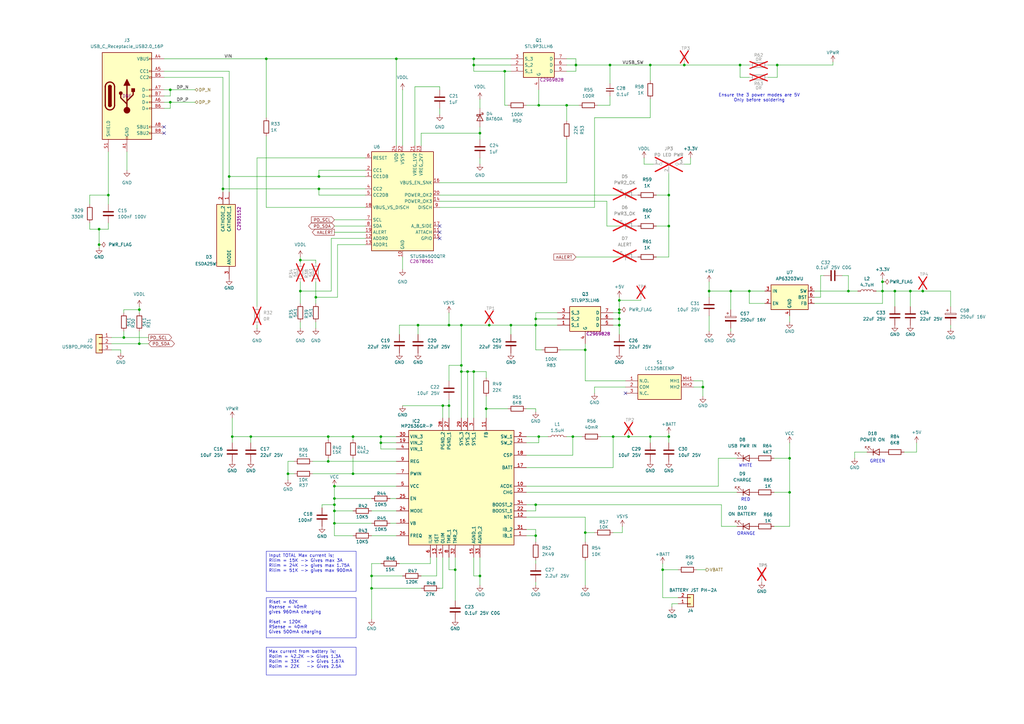
<source format=kicad_sch>
(kicad_sch (version 20250114) (generator "eeschema") (generator_version "9.0")
  (paper "A3")
  (text "Ensure the 3 power modes are 5V\nOnly before soldering" (at 311.404 40.132 0) (effects (font (size 1.27 1.27))))
  (text "ORANGE" (at 306.07 218.948 0) (effects (font (size 1.27 1.27))))
  (text "RED" (at 305.816 204.978 0) (effects (font (size 1.27 1.27))))
  (text "GREEN" (at 359.918 189.23 0) (effects (font (size 1.27 1.27))))
  (text "WHITE" (at 305.816 191.008 0) (effects (font (size 1.27 1.27))))
  (text_box "Input TOTAL Max current is;\nRilim = 15K -> Gives max 3A\nRilim = 24K -> gives max 1.75A\nRilim = 51K -> gives max 900mA\n\n" (at 109.22 226.06 0) (size 36.83 16.51) (margins 0.9525 0.9525 0.9525 0.9525) (effects (font (size 1.27 1.27)) (justify left top)))
  (text_box "Riset = 62K \nRsense = 40mR\ngives 960mA charging\n\nRiset = 120K\nRSense = 40mR\nGives 500mA charging" (at 109.22 245.11 0) (size 36.83 16.51) (margins 0.9525 0.9525 0.9525 0.9525) (effects (font (size 1.27 1.27)) (justify left top)))
  (text_box "Max current from battery is;\nRolim = 42.2K -> Gives 1.3A\nRolim = 33K   -> Gives 1.67A\nRolim = 22K   -> Gives 2.5A\n" (at 109.22 265.43 0) (size 36.83 11.43) (margins 0.9525 0.9525 0.9525 0.9525) (effects (font (size 1.27 1.27)) (justify left top)))
  (junction (at 288.29 158.75))
  (junction (at 194.31 152.4))
  (junction (at 266.7 179.07))
  (junction (at 118.11 194.31))
  (junction (at 194.31 24.13))
  (junction (at 57.15 140.97))
  (junction (at 219.71 133.35))
  (junction (at 274.32 80.01))
  (junction (at 156.21 179.07))
  (junction (at 318.77 26.67))
  (junction (at 95.25 179.07))
  (junction (at 189.23 152.4))
  (junction (at 189.23 149.86))
  (junction (at 347.98 119.38))
  (junction (at 234.95 179.07))
  (junction (at 361.95 115.57))
  (junction (at 40.64 93.98))
  (junction (at 184.15 133.35))
  (junction (at 200.66 133.35))
  (junction (at 290.83 119.38))
  (junction (at 367.03 119.38))
  (junction (at 144.78 194.31))
  (junction (at 303.53 26.67))
  (junction (at 137.16 214.63))
  (junction (at 162.56 24.13))
  (junction (at 254 123.19))
  (junction (at 254 128.27))
  (junction (at 93.98 72.39))
  (junction (at 156.21 181.61))
  (junction (at 186.69 233.68))
  (junction (at 240.03 218.44))
  (junction (at 137.16 207.01))
  (junction (at 220.98 179.07))
  (junction (at 254 127))
  (junction (at 69.85 36.83))
  (junction (at 219.71 219.71))
  (junction (at 196.85 54.61))
  (junction (at 102.87 179.07))
  (junction (at 361.95 119.38))
  (junction (at 209.55 133.35))
  (junction (at 196.85 236.22))
  (junction (at 274.32 179.07))
  (junction (at 274.32 92.71))
  (junction (at 219.71 130.81))
  (junction (at 207.01 29.21))
  (junction (at 250.19 26.67))
  (junction (at 266.7 26.67))
  (junction (at 199.39 167.64))
  (junction (at 220.98 43.18))
  (junction (at 323.85 201.93))
  (junction (at 254 130.81))
  (junction (at 171.45 133.35))
  (junction (at 254 133.35))
  (junction (at 137.16 204.47))
  (junction (at 299.72 119.38))
  (junction (at 189.23 133.35))
  (junction (at 69.85 41.91))
  (junction (at 271.78 233.68))
  (junction (at 373.38 119.38))
  (junction (at 280.67 26.67))
  (junction (at 194.31 26.67))
  (junction (at 137.16 209.55))
  (junction (at 257.81 179.07))
  (junction (at 134.62 189.23))
  (junction (at 232.41 43.18))
  (junction (at 129.54 121.92))
  (junction (at 323.85 187.96))
  (junction (at 44.45 80.01))
  (junction (at 40.64 100.33))
  (junction (at 91.44 77.47))
  (junction (at 307.34 119.38))
  (junction (at 109.22 24.13))
  (junction (at 181.61 166.37))
  (junction (at 123.19 119.38))
  (junction (at 130.81 77.47))
  (junction (at 191.77 152.4))
  (junction (at 152.4 236.22))
  (junction (at 184.15 166.37))
  (junction (at 378.46 119.38))
  (junction (at 134.62 179.07))
  (junction (at 130.81 72.39))
  (junction (at 240.03 143.51))
  (junction (at 236.22 26.67))
  (junction (at 50.8 138.43))
  (junction (at 137.16 199.39))
  (junction (at 152.4 241.3))
  (junction (at 123.19 106.68))
  (junction (at 57.15 127))
  (junction (at 251.46 179.07))
  (junction (at 144.78 179.07))
  (junction (at 219.71 207.01))
  (no_connect (at 180.34 95.25))
  (no_connect (at 256.54 161.29))
  (no_connect (at 67.31 54.61))
  (no_connect (at 180.34 97.79))
  (no_connect (at 180.34 92.71))
  (no_connect (at 67.31 52.07))
  (wire (pts (xy 36.83 83.82) (xy 36.83 80.01)))
  (wire (pts (xy 228.6 128.27) (xy 219.71 128.27)))
  (wire (pts (xy 137.16 214.63) (xy 137.16 209.55)))
  (wire (pts (xy 318.77 31.75) (xy 318.77 26.67)))
  (wire (pts (xy 274.32 92.71) (xy 269.24 92.71)))
  (wire (pts (xy 199.39 152.4) (xy 194.31 152.4)))
  (wire (pts (xy 137.16 219.71) (xy 137.16 214.63)))
  (wire (pts (xy 367.03 119.38) (xy 373.38 119.38)))
  (wire (pts (xy 345.44 113.03) (xy 347.98 113.03)))
  (wire (pts (xy 69.85 36.83) (xy 80.01 36.83)))
  (wire (pts (xy 236.22 26.67) (xy 250.19 26.67)))
  (wire (pts (xy 57.15 127) (xy 57.15 128.27)))
  (wire (pts (xy 67.31 41.91) (xy 69.85 41.91)))
  (wire (pts (xy 194.31 24.13) (xy 162.56 24.13)))
  (wire (pts (xy 186.69 233.68) (xy 186.69 246.38)))
  (wire (pts (xy 290.83 119.38) (xy 299.72 119.38)))
  (wire (pts (xy 130.81 69.85) (xy 130.81 72.39)))
  (wire (pts (xy 243.84 85.09) (xy 243.84 48.26)))
  (wire (pts (xy 196.85 40.64) (xy 196.85 44.45)))
  (wire (pts (xy 184.15 149.86) (xy 189.23 149.86)))
  (wire (pts (xy 361.95 115.57) (xy 361.95 119.38)))
  (wire (pts (xy 215.9 181.61) (xy 220.98 181.61)))
  (wire (pts (xy 254 137.16) (xy 254 133.35)))
  (wire (pts (xy 152.4 236.22) (xy 152.4 231.14)))
  (wire (pts (xy 215.9 209.55) (xy 219.71 209.55)))
  (wire (pts (xy 171.45 137.16) (xy 171.45 133.35)))
  (wire (pts (xy 152.4 241.3) (xy 152.4 236.22)))
  (wire (pts (xy 49.53 143.51) (xy 49.53 144.78)))
  (wire (pts (xy 91.44 77.47) (xy 130.81 77.47)))
  (wire (pts (xy 95.25 179.07) (xy 95.25 181.61)))
  (wire (pts (xy 60.96 138.43) (xy 50.8 138.43)))
  (wire (pts (xy 290.83 115.57) (xy 290.83 119.38)))
  (wire (pts (xy 128.27 194.31) (xy 144.78 194.31)))
  (wire (pts (xy 144.78 179.07) (xy 156.21 179.07)))
  (wire (pts (xy 220.98 179.07) (xy 224.79 179.07)))
  (wire (pts (xy 219.71 229.87) (xy 219.71 231.14)))
  (wire (pts (xy 254 123.19) (xy 254 127)))
  (wire (pts (xy 162.56 189.23) (xy 134.62 189.23)))
  (wire (pts (xy 165.1 166.37) (xy 181.61 166.37)))
  (wire (pts (xy 123.19 106.68) (xy 123.19 107.95)))
  (wire (pts (xy 264.16 64.77) (xy 264.16 67.31)))
  (wire (pts (xy 299.72 119.38) (xy 307.34 119.38)))
  (wire (pts (xy 180.34 82.55) (xy 248.92 82.55)))
  (wire (pts (xy 170.18 59.69) (xy 170.18 35.56)))
  (wire (pts (xy 134.62 179.07) (xy 134.62 180.34)))
  (wire (pts (xy 215.9 43.18) (xy 220.98 43.18)))
  (wire (pts (xy 243.84 158.75) (xy 256.54 158.75)))
  (wire (pts (xy 137.16 92.71) (xy 149.86 92.71)))
  (wire (pts (xy 303.53 31.75) (xy 303.53 26.67)))
  (wire (pts (xy 250.19 26.67) (xy 250.19 34.29)))
  (wire (pts (xy 152.4 241.3) (xy 172.72 241.3)))
  (wire (pts (xy 336.55 121.92) (xy 334.01 121.92)))
  (wire (pts (xy 149.86 97.79) (xy 135.89 97.79)))
  (wire (pts (xy 172.72 59.69) (xy 172.72 54.61)))
  (wire (pts (xy 341.63 26.67) (xy 341.63 25.4)))
  (wire (pts (xy 266.7 179.07) (xy 266.7 181.61)))
  (wire (pts (xy 109.22 24.13) (xy 109.22 48.26)))
  (wire (pts (xy 95.25 171.45) (xy 95.25 179.07)))
  (wire (pts (xy 271.78 245.11) (xy 271.78 233.68)))
  (wire (pts (xy 180.34 35.56) (xy 180.34 36.83)))
  (wire (pts (xy 102.87 179.07) (xy 134.62 179.07)))
  (wire (pts (xy 219.71 133.35) (xy 228.6 133.35)))
  (wire (pts (xy 149.86 85.09) (xy 109.22 85.09)))
  (wire (pts (xy 219.71 143.51) (xy 222.25 143.51)))
  (wire (pts (xy 207.01 29.21) (xy 194.31 29.21)))
  (wire (pts (xy 240.03 143.51) (xy 240.03 140.97)))
  (wire (pts (xy 232.41 43.18) (xy 232.41 49.53)))
  (wire (pts (xy 288.29 156.21) (xy 288.29 158.75)))
  (wire (pts (xy 199.39 167.64) (xy 199.39 171.45)))
  (wire (pts (xy 323.85 129.54) (xy 323.85 132.08)))
  (wire (pts (xy 220.98 43.18) (xy 232.41 43.18)))
  (wire (pts (xy 118.11 189.23) (xy 120.65 189.23)))
  (wire (pts (xy 361.95 124.46) (xy 361.95 119.38)))
  (wire (pts (xy 299.72 119.38) (xy 299.72 127)))
  (wire (pts (xy 389.89 133.35) (xy 389.89 134.62)))
  (wire (pts (xy 170.18 35.56) (xy 180.34 35.56)))
  (wire (pts (xy 240.03 218.44) (xy 243.84 218.44)))
  (wire (pts (xy 196.85 54.61) (xy 196.85 57.15)))
  (wire (pts (xy 283.21 67.31) (xy 280.67 67.31)))
  (wire (pts (xy 137.16 209.55) (xy 144.78 209.55)))
  (wire (pts (xy 280.67 26.67) (xy 303.53 26.67)))
  (wire (pts (xy 254 130.81) (xy 254 128.27)))
  (wire (pts (xy 67.31 24.13) (xy 109.22 24.13)))
  (wire (pts (xy 307.34 31.75) (xy 303.53 31.75)))
  (wire (pts (xy 209.55 24.13) (xy 194.31 24.13)))
  (wire (pts (xy 36.83 91.44) (xy 36.83 93.98)))
  (wire (pts (xy 264.16 67.31) (xy 267.97 67.31)))
  (wire (pts (xy 93.98 72.39) (xy 130.81 72.39)))
  (wire (pts (xy 191.77 152.4) (xy 189.23 152.4)))
  (wire (pts (xy 215.9 217.17) (xy 219.71 217.17)))
  (wire (pts (xy 199.39 154.94) (xy 199.39 152.4)))
  (wire (pts (xy 219.71 133.35) (xy 219.71 143.51)))
  (wire (pts (xy 137.16 214.63) (xy 152.4 214.63)))
  (wire (pts (xy 234.95 186.69) (xy 234.95 179.07)))
  (wire (pts (xy 219.71 130.81) (xy 228.6 130.81)))
  (wire (pts (xy 278.13 245.11) (xy 271.78 245.11)))
  (wire (pts (xy 215.9 167.64) (xy 219.71 167.64)))
  (wire (pts (xy 290.83 119.38) (xy 290.83 121.92)))
  (wire (pts (xy 250.19 43.18) (xy 250.19 39.37)))
  (wire (pts (xy 123.19 105.41) (xy 123.19 106.68)))
  (wire (pts (xy 307.34 119.38) (xy 313.69 119.38)))
  (wire (pts (xy 234.95 179.07) (xy 238.76 179.07)))
  (wire (pts (xy 314.96 31.75) (xy 318.77 31.75)))
  (wire (pts (xy 375.92 185.42) (xy 375.92 181.61)))
  (wire (pts (xy 208.28 43.18) (xy 207.01 43.18)))
  (wire (pts (xy 257.81 179.07) (xy 251.46 179.07)))
  (wire (pts (xy 240.03 218.44) (xy 240.03 222.25)))
  (wire (pts (xy 123.19 119.38) (xy 123.19 124.46)))
  (wire (pts (xy 361.95 114.3) (xy 361.95 115.57)))
  (wire (pts (xy 209.55 133.35) (xy 209.55 137.16)))
  (wire (pts (xy 152.4 219.71) (xy 162.56 219.71)))
  (wire (pts (xy 215.9 212.09) (xy 240.03 212.09)))
  (wire (pts (xy 200.66 133.35) (xy 209.55 133.35)))
  (wire (pts (xy 236.22 105.41) (xy 254 105.41)))
  (wire (pts (xy 44.45 80.01) (xy 44.45 62.23)))
  (wire (pts (xy 40.64 93.98) (xy 44.45 93.98)))
  (wire (pts (xy 215.9 207.01) (xy 219.71 207.01)))
  (wire (pts (xy 40.64 100.33) (xy 40.64 101.6)))
  (wire (pts (xy 129.54 132.08) (xy 129.54 134.62)))
  (wire (pts (xy 69.85 41.91) (xy 80.01 41.91)))
  (wire (pts (xy 130.81 80.01) (xy 130.81 77.47)))
  (wire (pts (xy 219.71 209.55) (xy 219.71 207.01)))
  (wire (pts (xy 156.21 179.07) (xy 162.56 179.07)))
  (wire (pts (xy 295.91 215.9) (xy 302.26 215.9)))
  (wire (pts (xy 317.5 215.9) (xy 323.85 215.9)))
  (wire (pts (xy 219.71 217.17) (xy 219.71 219.71)))
  (wire (pts (xy 128.27 189.23) (xy 134.62 189.23)))
  (wire (pts (xy 284.48 158.75) (xy 288.29 158.75)))
  (wire (pts (xy 275.59 248.92) (xy 275.59 247.65)))
  (wire (pts (xy 109.22 24.13) (xy 162.56 24.13)))
  (wire (pts (xy 186.69 228.6) (xy 186.69 233.68)))
  (wire (pts (xy 180.34 74.93) (xy 232.41 74.93)))
  (wire (pts (xy 95.25 179.07) (xy 102.87 179.07)))
  (wire (pts (xy 251.46 130.81) (xy 254 130.81)))
  (wire (pts (xy 102.87 179.07) (xy 102.87 181.61)))
  (wire (pts (xy 67.31 36.83) (xy 69.85 36.83)))
  (wire (pts (xy 137.16 199.39) (xy 162.56 199.39)))
  (wire (pts (xy 232.41 179.07) (xy 234.95 179.07)))
  (wire (pts (xy 232.41 29.21) (xy 236.22 29.21)))
  (wire (pts (xy 215.9 179.07) (xy 220.98 179.07)))
  (wire (pts (xy 209.55 26.67) (xy 194.31 26.67)))
  (wire (pts (xy 181.61 228.6) (xy 181.61 241.3)))
  (wire (pts (xy 171.45 133.35) (xy 184.15 133.35)))
  (wire (pts (xy 317.5 201.93) (xy 323.85 201.93)))
  (wire (pts (xy 378.46 119.38) (xy 389.89 119.38)))
  (wire (pts (xy 314.96 26.67) (xy 318.77 26.67)))
  (wire (pts (xy 232.41 26.67) (xy 236.22 26.67)))
  (wire (pts (xy 199.39 162.56) (xy 199.39 167.64)))
  (wire (pts (xy 307.34 124.46) (xy 307.34 119.38)))
  (wire (pts (xy 160.02 214.63) (xy 162.56 214.63)))
  (wire (pts (xy 215.9 201.93) (xy 302.26 201.93)))
  (wire (pts (xy 232.41 57.15) (xy 232.41 74.93)))
  (wire (pts (xy 370.84 185.42) (xy 375.92 185.42)))
  (wire (pts (xy 91.44 77.47) (xy 91.44 31.75)))
  (wire (pts (xy 229.87 143.51) (xy 240.03 143.51)))
  (wire (pts (xy 179.07 236.22) (xy 179.07 228.6)))
  (wire (pts (xy 209.55 133.35) (xy 219.71 133.35)))
  (wire (pts (xy 184.15 156.21) (xy 184.15 149.86)))
  (wire (pts (xy 130.81 72.39) (xy 149.86 72.39)))
  (wire (pts (xy 134.62 189.23) (xy 134.62 187.96)))
  (wire (pts (xy 240.03 143.51) (xy 240.03 156.21)))
  (wire (pts (xy 240.03 229.87) (xy 240.03 240.03)))
  (wire (pts (xy 129.54 115.57) (xy 129.54 121.92)))
  (wire (pts (xy 220.98 181.61) (xy 220.98 179.07)))
  (wire (pts (xy 184.15 128.27) (xy 184.15 133.35)))
  (wire (pts (xy 163.83 137.16) (xy 163.83 133.35)))
  (wire (pts (xy 251.46 218.44) (xy 255.27 218.44)))
  (wire (pts (xy 254 133.35) (xy 254 130.81)))
  (wire (pts (xy 215.9 191.77) (xy 251.46 191.77)))
  (wire (pts (xy 215.9 186.69) (xy 234.95 186.69)))
  (wire (pts (xy 180.34 80.01) (xy 254 80.01)))
  (wire (pts (xy 123.19 115.57) (xy 123.19 119.38)))
  (wire (pts (xy 67.31 29.21) (xy 93.98 29.21)))
  (wire (pts (xy 152.4 231.14) (xy 156.21 231.14)))
  (wire (pts (xy 172.72 236.22) (xy 179.07 236.22)))
  (wire (pts (xy 105.41 64.77) (xy 105.41 125.73)))
  (wire (pts (xy 93.98 29.21) (xy 93.98 72.39)))
  (wire (pts (xy 149.86 100.33) (xy 138.43 100.33)))
  (wire (pts (xy 251.46 128.27) (xy 254 128.27)))
  (wire (pts (xy 367.03 119.38) (xy 367.03 125.73)))
  (wire (pts (xy 118.11 194.31) (xy 118.11 189.23)))
  (wire (pts (xy 137.16 204.47) (xy 137.16 199.39)))
  (wire (pts (xy 36.83 80.01) (xy 44.45 80.01)))
  (wire (pts (xy 284.48 156.21) (xy 288.29 156.21)))
  (wire (pts (xy 162.56 24.13) (xy 162.56 59.69)))
  (wire (pts (xy 285.75 233.68) (xy 289.56 233.68)))
  (wire (pts (xy 57.15 135.89) (xy 57.15 140.97)))
  (wire (pts (xy 176.53 231.14) (xy 176.53 228.6)))
  (wire (pts (xy 189.23 152.4) (xy 189.23 171.45)))
  (wire (pts (xy 123.19 119.38) (xy 135.89 119.38)))
  (wire (pts (xy 160.02 204.47) (xy 162.56 204.47)))
  (wire (pts (xy 152.4 204.47) (xy 137.16 204.47)))
  (wire (pts (xy 196.85 236.22) (xy 196.85 240.03)))
  (wire (pts (xy 162.56 194.31) (xy 144.78 194.31)))
  (wire (pts (xy 69.85 39.37) (xy 69.85 36.83)))
  (wire (pts (xy 351.79 119.38) (xy 347.98 119.38)))
  (wire (pts (xy 138.43 100.33) (xy 138.43 121.92)))
  (wire (pts (xy 105.41 64.77) (xy 149.86 64.77)))
  (wire (pts (xy 50.8 135.89) (xy 50.8 138.43)))
  (wire (pts (xy 266.7 179.07) (xy 257.81 179.07)))
  (wire (pts (xy 323.85 187.96) (xy 323.85 201.93)))
  (wire (pts (xy 294.64 199.39) (xy 294.64 187.96)))
  (wire (pts (xy 266.7 26.67) (xy 280.67 26.67)))
  (wire (pts (xy 67.31 44.45) (xy 69.85 44.45)))
  (wire (pts (xy 245.11 43.18) (xy 250.19 43.18)))
  (wire (pts (xy 236.22 24.13) (xy 236.22 26.67)))
  (wire (pts (xy 373.38 119.38) (xy 373.38 125.73)))
  (wire (pts (xy 44.45 93.98) (xy 44.45 91.44)))
  (wire (pts (xy 256.54 156.21) (xy 240.03 156.21)))
  (wire (pts (xy 271.78 233.68) (xy 278.13 233.68)))
  (wire (pts (xy 144.78 194.31) (xy 144.78 187.96)))
  (wire (pts (xy 250.19 26.67) (xy 266.7 26.67)))
  (wire (pts (xy 134.62 179.07) (xy 144.78 179.07)))
  (wire (pts (xy 295.91 207.01) (xy 295.91 215.9)))
  (wire (pts (xy 129.54 121.92) (xy 129.54 124.46)))
  (wire (pts (xy 274.32 179.07) (xy 274.32 177.8)))
  (wire (pts (xy 219.71 128.27) (xy 219.71 130.81)))
  (wire (pts (xy 152.4 209.55) (xy 162.56 209.55)))
  (wire (pts (xy 69.85 44.45) (xy 69.85 41.91)))
  (wire (pts (xy 181.61 241.3) (xy 180.34 241.3)))
  (wire (pts (xy 254 121.92) (xy 254 123.19)))
  (wire (pts (xy 137.16 95.25) (xy 149.86 95.25)))
  (wire (pts (xy 194.31 152.4) (xy 191.77 152.4)))
  (wire (pts (xy 196.85 228.6) (xy 196.85 236.22)))
  (wire (pts (xy 271.78 233.68) (xy 271.78 231.14)))
  (wire (pts (xy 283.21 64.77) (xy 283.21 67.31)))
  (wire (pts (xy 313.69 124.46) (xy 307.34 124.46)))
  (wire (pts (xy 373.38 119.38) (xy 378.46 119.38)))
  (wire (pts (xy 294.64 187.96) (xy 302.26 187.96)))
  (wire (pts (xy 129.54 106.68) (xy 129.54 107.95)))
  (wire (pts (xy 162.56 184.15) (xy 156.21 184.15)))
  (wire (pts (xy 181.61 166.37) (xy 181.61 171.45)))
  (wire (pts (xy 57.15 140.97) (xy 45.72 140.97)))
  (wire (pts (xy 266.7 26.67) (xy 266.7 33.02)))
  (wire (pts (xy 219.71 238.76) (xy 219.71 240.03)))
  (wire (pts (xy 290.83 129.54) (xy 290.83 135.89)))
  (wire (pts (xy 240.03 212.09) (xy 240.03 218.44)))
  (wire (pts (xy 207.01 43.18) (xy 207.01 29.21)))
  (wire (pts (xy 389.89 119.38) (xy 389.89 125.73)))
  (wire (pts (xy 251.46 133.35) (xy 254 133.35)))
  (wire (pts (xy 219.71 207.01) (xy 295.91 207.01)))
  (wire (pts (xy 288.29 158.75) (xy 288.29 162.56)))
  (wire (pts (xy 189.23 149.86) (xy 189.23 152.4)))
  (wire (pts (xy 184.15 166.37) (xy 184.15 163.83)))
  (wire (pts (xy 45.72 143.51) (xy 49.53 143.51)))
  (wire (pts (xy 118.11 194.31) (xy 120.65 194.31)))
  (wire (pts (xy 209.55 29.21) (xy 207.01 29.21)))
  (wire (pts (xy 137.16 207.01) (xy 137.16 204.47)))
  (wire (pts (xy 274.32 179.07) (xy 274.32 181.61)))
  (wire (pts (xy 251.46 191.77) (xy 251.46 179.07)))
  (wire (pts (xy 123.19 106.68) (xy 129.54 106.68)))
  (wire (pts (xy 191.77 171.45) (xy 191.77 152.4)))
  (wire (pts (xy 194.31 228.6) (xy 194.31 236.22)))
  (wire (pts (xy 246.38 179.07) (xy 251.46 179.07)))
  (wire (pts (xy 350.52 185.42) (xy 355.6 185.42)))
  (wire (pts (xy 109.22 85.09) (xy 109.22 55.88)))
  (wire (pts (xy 323.85 181.61) (xy 323.85 187.96)))
  (wire (pts (xy 67.31 39.37) (xy 69.85 39.37)))
  (wire (pts (xy 243.84 161.29) (xy 243.84 158.75)))
  (wire (pts (xy 36.83 93.98) (xy 40.64 93.98)))
  (wire (pts (xy 232.41 24.13) (xy 236.22 24.13)))
  (wire (pts (xy 132.08 208.28) (xy 132.08 207.01)))
  (wire (pts (xy 184.15 228.6) (xy 184.15 233.68)))
  (wire (pts (xy 144.78 219.71) (xy 137.16 219.71)))
  (wire (pts (xy 275.59 247.65) (xy 278.13 247.65)))
  (wire (pts (xy 232.41 43.18) (xy 237.49 43.18)))
  (wire (pts (xy 152.4 254) (xy 152.4 241.3)))
  (wire (pts (xy 180.34 44.45) (xy 180.34 46.99)))
  (wire (pts (xy 93.98 72.39) (xy 93.98 78.74)))
  (wire (pts (xy 196.85 64.77) (xy 196.85 67.31)))
  (wire (pts (xy 184.15 133.35) (xy 189.23 133.35)))
  (wire (pts (xy 303.53 26.67) (xy 307.34 26.67)))
  (wire (pts (xy 184.15 233.68) (xy 186.69 233.68)))
  (wire (pts (xy 254 128.27) (xy 254 127)))
  (wire (pts (xy 172.72 54.61) (xy 196.85 54.61)))
  (wire (pts (xy 163.83 133.35) (xy 171.45 133.35)))
  (wire (pts (xy 254 123.19) (xy 262.89 123.19)))
  (wire (pts (xy 130.81 77.47) (xy 149.86 77.47)))
  (wire (pts (xy 156.21 181.61) (xy 156.21 179.07)))
  (wire (pts (xy 220.98 36.83) (xy 220.98 43.18)))
  (wire (pts (xy 165.1 36.83) (xy 165.1 59.69)))
  (wire (pts (xy 123.19 132.08) (xy 123.19 134.62)))
  (wire (pts (xy 336.55 113.03) (xy 336.55 121.92)))
  (wire (pts (xy 105.41 133.35) (xy 105.41 134.62)))
  (wire (pts (xy 137.16 90.17) (xy 149.86 90.17)))
  (wire (pts (xy 156.21 184.15) (xy 156.21 181.61)))
  (wire (pts (xy 194.31 236.22) (xy 196.85 236.22)))
  (wire (pts (xy 274.32 80.01) (xy 274.32 92.71)))
  (wire (pts (xy 135.89 97.79) (xy 135.89 119.38)))
  (wire (pts (xy 248.92 82.55) (xy 248.92 92.71)))
  (wire (pts (xy 243.84 48.26) (xy 266.7 48.26)))
  (wire (pts (xy 194.31 29.21) (xy 194.31 26.67)))
  (wire (pts (xy 274.32 71.12) (xy 274.32 80.01)))
  (wire (pts (xy 317.5 187.96) (xy 323.85 187.96)))
  (wire (pts (xy 219.71 130.81) (xy 219.71 133.35)))
  (wire (pts (xy 274.32 105.41) (xy 269.24 105.41)))
  (wire (pts (xy 215.9 199.39) (xy 294.64 199.39)))
  (wire (pts (xy 337.82 113.03) (xy 336.55 113.03)))
  (wire (pts (xy 152.4 236.22) (xy 165.1 236.22)))
  (wire (pts (xy 347.98 113.03) (xy 347.98 119.38)))
  (wire (pts (xy 144.78 179.07) (xy 144.78 180.34)))
  (wire (pts (xy 118.11 196.85) (xy 118.11 194.31)))
  (wire (pts (xy 248.92 92.71) (xy 254 92.71)))
  (wire (pts (xy 219.71 219.71) (xy 219.71 222.25)))
  (wire (pts (xy 184.15 166.37) (xy 184.15 171.45)))
  (wire (pts (xy 215.9 219.71) (xy 219.71 219.71)))
  (wire (pts (xy 40.64 93.98) (xy 40.64 100.33)))
  (wire (pts (xy 299.72 134.62) (xy 299.72 135.89)))
  (wire (pts (xy 196.85 52.07) (xy 196.85 54.61)))
  (wire (pts (xy 266.7 179.07) (xy 274.32 179.07)))
  (wire (pts (xy 57.15 125.73) (xy 57.15 127)))
  (wire (pts (xy 50.8 127) (xy 50.8 128.27)))
  (wire (pts (xy 255.27 218.44) (xy 255.27 215.9)))
  (wire (pts (xy 44.45 83.82) (xy 44.45 80.01)))
  (wire (pts (xy 149.86 69.85) (xy 130.81 69.85)))
  (wire (pts (xy 361.95 119.38) (xy 359.41 119.38)))
  (wire (pts (xy 52.07 62.23) (xy 52.07 69.85)))
  (wire (pts (xy 199.39 167.64) (xy 208.28 167.64)))
  (wire (pts (xy 318.77 26.67) (xy 341.63 26.67)))
  (wire (pts (xy 50.8 138.43) (xy 45.72 138.43)))
  (wire (pts (xy 163.83 231.14) (xy 176.53 231.14)))
  (wire (pts (xy 189.23 133.35) (xy 200.66 133.35)))
  (wire (pts (xy 137.16 209.55) (xy 137.16 207.01)))
  (wire (pts (xy 180.34 85.09) (xy 243.84 85.09)))
  (wire (pts (xy 361.95 119.38) (xy 367.03 119.38)))
  (wire (pts (xy 269.24 80.01) (xy 274.32 80.01)))
  (wire (pts (xy 57.15 127) (xy 50.8 127)))
  (wire (pts (xy 189.23 133.35) (xy 189.23 149.86)))
  (wire (pts (xy 138.43 121.92) (xy 129.54 121.92)))
  (wire (pts (xy 334.01 124.46) (xy 361.95 124.46)))
  (wire (pts (xy 219.71 167.64) (xy 219.71 168.91)))
  (wire (pts (xy 274.32 92.71) (xy 274.32 105.41)))
  (wire (pts (xy 60.96 140.97) (xy 57.15 140.97)))
  (wire (pts (xy 132.08 207.01) (xy 137.16 207.01)))
  (wire (pts (xy 149.86 80.01) (xy 130.81 80.01)))
  (wire (pts (xy 165.1 105.41) (xy 165.1 110.49)))
  (wire (pts (xy 91.44 31.75) (xy 67.31 31.75)))
  (wire (pts (xy 181.61 166.37) (xy 184.15 166.37)))
  (wire (pts (xy 194.31 171.45) (xy 194.31 152.4)))
  (wire (pts (xy 350.52 187.96) (xy 350.52 185.42)))
  (wire (pts (xy 347.98 119.38) (xy 334.01 119.38)))
  (wire (pts (xy 156.21 181.61) (xy 162.56 181.61)))
  (wire (pts (xy 194.31 26.67) (xy 194.31 24.13)))
  (wire (pts (xy 91.44 77.47) (xy 91.44 78.74)))
  (wire (pts (xy 266.7 48.26) (xy 266.7 40.64)))
  (wire (pts (xy 236.22 29.21) (xy 236.22 26.67)))
  (wire (pts (xy 323.85 201.93) (xy 323.85 215.9)))
  (label "VUSB_SW" (at 255.27 26.67 0))
  (label "VIN" (at 95.25 24.13 180))
  (label "DP_N" (at 72.39 36.83 0))
  (label "DP_P" (at 72.39 41.91 0))
  (global_label "PD_SCL" (shape output) (at 60.96 138.43 0) (property "Intersheetrefs" "${INTERSHEET_REFS}" (effects (hide yes))))
  (global_label "PD_SDA" (shape bidirectional) (at 60.96 140.97 0) (property "Intersheetrefs" "${INTERSHEET_REFS}" (effects (hide yes))))
  (global_label "nALERT" (shape input) (at 236.22 105.41 180) (property "Intersheetrefs" "${INTERSHEET_REFS}" (effects (hide yes))))
  (global_label "PD_SCL" (shape input) (at 137.16 90.17 180) (property "Intersheetrefs" "${INTERSHEET_REFS}" (effects (hide yes))))
  (global_label "PD_SDA" (shape bidirectional) (at 137.16 92.71 180) (property "Intersheetrefs" "${INTERSHEET_REFS}" (effects (hide yes))))
  (global_label "nALERT" (shape output) (at 137.16 95.25 180) (property "Intersheetrefs" "${INTERSHEET_REFS}" (effects (hide yes))))
  (hierarchical_label "VBATT" (shape output) (at 289.56 233.68 0))
  (hierarchical_label "DP_N" (shape bidirectional) (at 80.01 36.83 0))
  (hierarchical_label "DP_P" (shape bidirectional) (at 80.01 41.91 0))
  (symbol (lib_id "power:PWR_FLAG") (at 361.95 115.57 270) (unit 1)
    (property "Reference" "#FLG03" (effects (hide yes)))
    (property "Value" "PWR_FLAG" (at 364.744 115.57 90) (effects (justify left)))
    (property "Description" "Special symbol for telling ERC where power comes from" (effects (hide yes)))
  )
  (symbol (lib_id "power:GND") (at 389.89 134.62 0) (mirror y) (unit 1)
    (property "Reference" "#PWR0240" (effects (hide yes)))
    (property "Value" "GND" (at 389.89 138.43 0))
  )
  (symbol (lib_id "power:VDDF") (at 165.1 36.83 0) (unit 1)
    (property "Reference" "#PWR0105" (effects (hide yes)))
    (property "Value" "VDDL" (at 165.1 31.75 0))
    (property "Description" "Power symbol creates a global label with name \"VDDF\"" (effects (hide yes)))
  )
  (symbol (lib_id "Device:C") (at 184.15 160.02 0) (unit 1)
    (property "Reference" "C22" (at 180.34 158.7499 0) (effects (justify right)))
    (property "Value" "10uF 25V" (at 180.34 161.2899 0) (effects (justify right)))
    (property "Footprint" "Capacitor_SMD:C_0805_2012Metric" (effects (hide yes)))
    (property "Description" "Unpolarized capacitor" (effects (hide yes)))
    (property "LCSC" "C15850" (effects (hide yes)))
  )
  (symbol (lib_id "Device:R") (at 367.03 185.42 90) (mirror x) (unit 1)
    (property "Reference" "R84" (at 367.03 179.07 90))
    (property "Value" "6K8" (at 367.03 181.61 90))
    (property "Footprint" "Resistor_SMD:R_0402_1005Metric" (effects (hide yes)))
  )
  (symbol (lib_id "Device:LED") (at 306.07 215.9 0) (mirror x) (unit 1)
    (property "Reference" "D10" (at 304.4825 208.28 0))
    (property "Value" "ON BATTERY" (at 304.4825 210.82 0))
    (property "Footprint" "LED_SMD:LED_0805_2012Metric" (effects (hide yes)))
    (property "Description" "Light emitting diode" (effects (hide yes)))
    (property "Sim.Pins" "1=K 2=A" (effects (hide yes)))
    (property "LCSC" "DNF" (effects (hide yes)))
  )
  (symbol (lib_id "Connector_Generic:Conn_01x02") (at 283.21 247.65 0) (mirror x) (unit 1)
    (property "Reference" "J4" (at 283.21 250.444 0))
    (property "Value" "BATTERY JST PH-2A" (at 284.226 242.062 0))
    (property "Footprint" "S2B-XH-A_LF__SN_:SHDRRA2W80P0X250_1X2_740X1150X610P" (effects (hide yes)))
    (property "Description" "Generic connector, single row, 01x02, script generated (kicad-library-utils/schlib/autogen/connector/)" (effects (hide yes)))
    (property "Mouser Part Number" "306-S2B-XH-ALFSN" (effects (hide yes)))
    (property "LCSC" "DNF" (effects (hide yes)))
  )
  (symbol (lib_id "Device:R") (at 281.94 233.68 90) (mirror x) (unit 1)
    (property "Reference" "R95" (at 282.956 228.6 90))
    (property "Value" "0R" (at 282.956 231.14 90))
    (property "Footprint" "Resistor_SMD:R_0402_1005Metric" (effects (hide yes)))
  )
  (symbol (lib_id "Device:C") (at 196.85 60.96 0) (unit 1)
    (property "Reference" "C24" (at 200.66 59.6899 0) (effects (justify left)))
    (property "Value" "1uF" (at 200.66 62.2299 0) (effects (justify left)))
    (property "Footprint" "Capacitor_SMD:C_0603_1608Metric" (effects (hide yes)))
    (property "Description" "Unpolarized capacitor" (effects (hide yes)))
    (property "LCSC" "C15849" (effects (hide yes)))
  )
  (symbol (lib_id "Device:C") (at 44.45 87.63 0) (unit 1)
    (property "Reference" "C15" (at 48.26 86.3599 0) (effects (justify left)))
    (property "Value" "100nF 100V" (at 48.26 88.8999 0) (effects (justify left)))
    (property "Footprint" "Capacitor_SMD:C_0603_1608Metric" (effects (hide yes)))
    (property "Description" "Unpolarized capacitor" (effects (hide yes)))
    (property "LCSC" "C113803" (effects (hide yes)))
  )
  (symbol (lib_id "power:VDDF") (at 264.16 64.77 0) (unit 1)
    (property "Reference" "#PWR0126" (effects (hide yes)))
    (property "Value" "VDDL" (at 264.16 60.96 0))
    (property "Description" "Power symbol creates a global label with name \"VDDF\"" (effects (hide yes)))
  )
  (symbol (lib_id "power:GND") (at 254 144.78 0) (mirror y) (unit 1)
    (property "Reference" "#PWR0116" (effects (hide yes)))
    (property "Value" "GND" (at 254 148.59 0))
  )
  (symbol (lib_id "power:GND") (at 275.59 248.92 0) (mirror y) (unit 1)
    (property "Reference" "#PWR0125" (effects (hide yes)))
    (property "Value" "GND" (at 275.59 252.73 0))
  )
  (symbol (lib_id "power:GND") (at 290.83 135.89 0) (mirror y) (unit 1)
    (property "Reference" "#PWR0128" (effects (hide yes)))
    (property "Value" "GND" (at 290.83 139.7 0))
  )
  (symbol (lib_id "power:+BATT") (at 274.32 177.8 0) (unit 1)
    (property "Reference" "#PWR0123" (effects (hide yes)))
    (property "Value" "+BATT" (at 274.32 173.99 0))
    (property "Description" "Power symbol creates a global label with name \"+BATT\"" (effects (hide yes)))
  )
  (symbol (lib_id "Device:R") (at 265.43 105.41 90) (mirror x) (unit 1)
    (property "Reference" "R61" (at 265.43 99.06 90))
    (property "Value" "1K" (at 265.43 101.6 90))
    (property "Footprint" "Resistor_SMD:R_0402_1005Metric" (effects (hide yes)))
    (property "LCSC" "C11702" (effects (hide yes)))
  )
  (symbol (lib_id "Device:R") (at 241.3 43.18 270) (unit 1)
    (property "Reference" "R55" (at 241.3 36.83 90))
    (property "Value" "100R" (at 241.3 39.37 90))
    (property "Footprint" "Resistor_SMD:R_0402_1005Metric" (effects (hide yes)))
    (property "Description" "Resistor" (effects (hide yes)))
    (property "LCSC" "C25076" (effects (hide yes)))
  )
  (symbol (lib_id "power:VCC") (at 323.85 181.61 0) (unit 1)
    (property "Reference" "#PWR0130" (effects (hide yes)))
    (property "Value" "VCC" (at 323.85 177.8 0))
    (property "Description" "Power symbol creates a global label with name \"VCC\"" (effects (hide yes)))
  )
  (symbol (lib_id "Device:R") (at 226.06 143.51 90) (unit 1)
    (property "Reference" "R83" (at 226.06 149.86 90))
    (property "Value" "100K" (at 226.06 147.32 90))
    (property "Footprint" "Resistor_SMD:R_0402_1005Metric" (effects (hide yes)))
    (property "Description" "Resistor" (effects (hide yes)))
    (property "LCSC" "C25741" (effects (hide yes)))
  )
  (symbol (lib_id "Jumper:Jumper_3_Bridged12") (at 274.32 67.31 0) (unit 1) (in_bom no) (dnp yes)
    (property "Reference" "JP3" (at 274.32 60.96 0))
    (property "Value" "PD LED PWR" (at 274.32 63.5 0))
    (property "Footprint" "Jumpers:SolderJumper-3_P1.3mm_Bridged12_Pad1.0x1.5mm_NumberLabels" (effects (hide yes)))
    (property "Description" "Jumper, 3-pole, pins 1+2 closed/bridged" (effects (hide yes)))
    (property "LCSC" "DNF" (effects (hide yes)))
  )
  (symbol (lib_id "Interface_USB:STUSB4500QTR") (at 165.1 82.55 0) (unit 1)
    (property "Reference" "U6" (at 153.162 60.198 0) (effects (justify left)))
    (property "Value" "STUSB4500QTR" (at 168.148 105.156 0) (effects (justify left)))
    (property "Footprint" "Package_DFN_QFN:QFN-24-1EP_4x4mm_P0.5mm_EP2.7x2.7mm" (effects (hide yes)))
    (property "Datasheet" "https://www.st.com/resource/en/datasheet/stusb4500.pdf" (effects (hide yes)))
    (property "Description" "Stand-alone USB PD controller (with sink Auto-run mode), QFN-24" (effects (hide yes)))
    (property "LCSC" "C2678061" (at 172.974 107.188 0))
  )
  (symbol (lib_id "Device:LED") (at 257.81 92.71 0) (mirror x) (unit 1) (dnp yes)
    (property "Reference" "D6" (at 256.2225 85.09 0))
    (property "Value" "PWR3_OK" (at 256.2225 87.63 0))
    (property "Footprint" "LED_SMD:LED_0603_1608Metric" (effects (hide yes)))
    (property "Description" "Light emitting diode" (effects (hide yes)))
    (property "Sim.Pins" "1=K 2=A" (effects (hide yes)))
    (property "LCSC" "DNF" (effects (hide yes)))
  )
  (symbol (lib_id "power:GND") (at 49.53 144.78 0) (unit 1)
    (property "Reference" "#PWR089" (effects (hide yes)))
    (property "Value" "GND" (at 49.53 148.59 0))
  )
  (symbol (lib_id "Device:R") (at 124.46 189.23 90) (mirror x) (unit 1)
    (property "Reference" "R36" (at 124.4388 184.4879 90))
    (property "Value" "5K1" (at 124.4388 186.7739 90))
    (property "Footprint" "Resistor_SMD:R_0402_1005Metric" (effects (hide yes)))
    (property "LCSC" "C25905" (effects (hide yes)))
  )
  (symbol (lib_id "Device:L") (at 228.6 179.07 90) (unit 1)
    (property "Reference" "L1" (at 228.6 173.99 90))
    (property "Value" "1.5uH" (at 228.6 176.53 90))
    (property "Footprint" "SRN6045HA-1R5Y:INDPM6060X470N" (effects (hide yes)))
    (property "Description" "Inductor" (effects (hide yes)))
    (property "Mouser Part Number" "652-SRN6045HA-1R5Y" (effects (hide yes)))
    (property "LCSC" "DNF" (effects (hide yes)))
  )
  (symbol (lib_id "Device:R") (at 129.54 128.27 180) (unit 1)
    (property "Reference" "R39" (at 125.73 128.778 90))
    (property "Value" "5K1" (at 127.508 128.27 90))
    (property "Footprint" "Resistor_SMD:R_0402_1005Metric" (effects (hide yes)))
    (property "Description" "Resistor" (effects (hide yes)))
    (property "LCSC" "C25905" (effects (hide yes)))
  )
  (symbol (lib_id "power:GND") (at 288.29 162.56 0) (mirror y) (unit 1)
    (property "Reference" "#PWR0210" (effects (hide yes)))
    (property "Value" "GND" (at 288.29 166.37 0))
  )
  (symbol (lib_id "ESDA25W:ESDA25W") (at 93.98 78.74 270) (unit 1)
    (property "Reference" "D3" (at 84.328 105.41 90) (effects (justify left)))
    (property "Value" "ESDA25W" (at 80.01 108.204 90) (effects (justify left)))
    (property "Footprint" "ESDA25W:SOT65P210X110-3N" (effects (hide yes)))
    (property "Datasheet" "https://www.st.com/resource/en/datasheet/esdaxxxwx.pdf" (effects (hide yes)))
    (property "Description" "STMicroelectronics ESDA25W Dual Uni-Directional TVS Diode Array, 400W peak, 3-Pin SOT-323" (effects (hide yes)))
    (property "Height" "1.1" (effects (hide yes)))
    (property "Mouser Part Number" "511-ESDA25W" (effects (hide yes)))
    (property "Mouser Price/Stock" "https://www.mouser.co.uk/ProductDetail/STMicroelectronics/ESDA25W?qs=f9uBznyCLhbO4Du0O%2FZtlA%3D%3D" (effects (hide yes)))
    (property "Manufacturer_Name" "STMicroelectronics" (effects (hide yes)))
    (property "Manufacturer_Part_Number" "ESDA25W" (effects (hide yes)))
    (property "LCSC" "C2935152" (at 98.044 89.662 0))
  )
  (symbol (lib_id "Device:R") (at 219.71 226.06 180) (unit 1)
    (property "Reference" "R52" (at 222.25 224.7899 0) (effects (justify right)))
    (property "Value" "2K49" (at 222.25 227.3299 0) (effects (justify right)))
    (property "Footprint" "Resistor_SMD:R_0402_1005Metric" (effects (hide yes)))
    (property "LCSC" "C2692737" (effects (hide yes)))
  )
  (symbol (lib_id "power:+3.3V") (at 341.63 25.4 0) (unit 1)
    (property "Reference" "#PWR0132" (effects (hide yes)))
    (property "Value" "VPWR" (at 341.63 21.59 0))
  )
  (symbol (lib_id "power:GND") (at 186.69 254 0) (mirror y) (unit 1)
    (property "Reference" "#PWR0110" (effects (hide yes)))
    (property "Value" "GND" (at 186.69 257.81 0))
  )
  (symbol (lib_id "power:GND") (at 171.45 144.78 0) (mirror y) (unit 1)
    (property "Reference" "#PWR0108" (effects (hide yes)))
    (property "Value" "GND" (at 171.45 148.59 0))
  )
  (symbol (lib_id "Device:C") (at 373.38 129.54 0) (mirror y) (unit 1)
    (property "Reference" "C34" (at 377.19 128.2699 0) (effects (justify right)))
    (property "Value" "22uF 25V" (at 377.19 130.8099 0) (effects (justify right)))
    (property "Footprint" "Capacitor_SMD:C_0805_2012Metric" (effects (hide yes)))
    (property "Description" "Unpolarized capacitor" (effects (hide yes)))
    (property "LCSC" "C45783" (effects (hide yes)))
  )
  (symbol (lib_id "Device:R") (at 123.19 111.76 180) (unit 1) (dnp yes)
    (property "Reference" "R34" (at 119.38 112.268 90))
    (property "Value" "5K1" (at 121.158 111.76 90))
    (property "Footprint" "Resistor_SMD:R_0402_1005Metric" (effects (hide yes)))
    (property "Description" "Resistor" (effects (hide yes)))
    (property "LCSC" "C25905" (effects (hide yes)))
  )
  (symbol (lib_id "Device:LED") (at 306.07 201.93 0) (mirror x) (unit 1)
    (property "Reference" "D9" (at 304.4825 194.31 0))
    (property "Value" "CHARGE" (at 304.4825 196.85 0))
    (property "Footprint" "LED_SMD:LED_0805_2012Metric" (effects (hide yes)))
    (property "Description" "Light emitting diode" (effects (hide yes)))
    (property "Sim.Pins" "1=K 2=A" (effects (hide yes)))
    (property "LCSC" "DNF" (effects (hide yes)))
  )
  (symbol (lib_id "power:GND") (at 350.52 187.96 0) (mirror y) (unit 1)
    (property "Reference" "#PWR0212" (effects (hide yes)))
    (property "Value" "GND" (at 350.52 191.77 0))
  )
  (symbol (lib_id "Device:R") (at 144.78 184.15 0) (mirror x) (unit 1)
    (property "Reference" "R41" (at 148.336 183.642 0))
    (property "Value" "44K2" (at 148.844 185.42 0))
    (property "Footprint" "Resistor_SMD:R_0402_1005Metric" (effects (hide yes)))
    (property "LCSC" "C11565" (effects (hide yes)))
  )
  (symbol (lib_id "Device:R") (at 160.02 231.14 90) (unit 1)
    (property "Reference" "R46" (at 160.274 229.108 90))
    (property "Value" "15K" (at 159.9988 233.5961 90))
    (property "Footprint" "Resistor_SMD:R_0402_1005Metric" (effects (hide yes)))
    (property "LCSC" "???" (effects (hide yes)))
  )
  (symbol (lib_id "Device:C_Polarized") (at 389.89 129.54 0) (unit 1)
    (property "Reference" "C58" (at 393.7 127.3809 0) (effects (justify left)))
    (property "Value" "250uF 16V" (at 393.7 129.9209 0) (effects (justify left)))
    (property "Footprint" "Capacitor_SMD:CP_Elec_10x12.5" (effects (hide yes)))
    (property "Description" "Polarized capacitor" (effects (hide yes)))
    (property "Mouser Part Number" "667-EEV-FK1V681Q" (effects (hide yes)))
    (property "LCSC" "DNF" (effects (hide yes)))
  )
  (symbol (lib_id "Regulator_Switching:AP63203WU") (at 323.85 121.92 0) (unit 1)
    (property "Reference" "U7" (at 323.85 111.76 0))
    (property "Value" "AP63203WU" (at 323.85 114.3 0))
    (property "Footprint" "Package_TO_SOT_SMD:TSOT-23-6" (effects (hide yes)))
    (property "Datasheet" "https://www.diodes.com/assets/Datasheets/AP63200-AP63201-AP63203-AP63205.pdf" (effects (hide yes)))
    (property "Description" "2A, 1.1MHz Buck DC/DC Converter, fixed 3.3V output voltage, TSOT-23-6" (effects (hide yes)))
    (property "Mouser Part Number" "621-AP63203WU-7" (effects (hide yes)))
    (property "LCSC" "C780769" (effects (hide yes)))
  )
  (symbol (lib_id "Device:LED") (at 359.41 185.42 0) (mirror x) (unit 1)
    (property "Reference" "D18" (at 357.8225 177.8 0))
    (property "Value" "POWER ON" (at 357.8225 180.34 0))
    (property "Footprint" "LED_SMD:LED_0805_2012Metric" (effects (hide yes)))
    (property "Description" "Light emitting diode" (effects (hide yes)))
    (property "Sim.Pins" "1=K 2=A" (effects (hide yes)))
    (property "LCSC" "DNF" (effects (hide yes)))
  )
  (symbol (lib_id "Device:R") (at 265.43 80.01 90) (mirror x) (unit 1)
    (property "Reference" "R59" (at 265.43 73.66 90))
    (property "Value" "1K" (at 265.43 76.2 90))
    (property "Footprint" "Resistor_SMD:R_0402_1005Metric" (effects (hide yes)))
    (property "LCSC" "C11702" (effects (hide yes)))
  )
  (symbol (lib_id "power:GND") (at 105.41 134.62 0) (unit 1)
    (property "Reference" "#PWR096" (effects (hide yes)))
    (property "Value" "GND" (at 105.41 139.7 0))
    (property "Description" "Power symbol creates a global label with name \"GND\" , ground" (effects (hide yes)))
  )
  (symbol (lib_id "Connector:TestPoint") (at 262.89 123.19 0) (unit 1) (in_bom no) (dnp yes)
    (property "Reference" "TP6" (at 261.62 117.602 0) (effects (justify left)))
    (property "Value" "TestPoint" (effects (hide yes)))
    (property "Footprint" "TestPoint:TestPoint_Loop_D1.80mm_Drill1.0mm_Beaded" (effects (hide yes)))
    (property "Description" "test point" (effects (hide yes)))
    (property "LCSC" "DNF" (effects (hide yes)))
  )
  (symbol (lib_id "power:GND") (at 209.55 144.78 0) (mirror y) (unit 1)
    (property "Reference" "#PWR0115" (effects (hide yes)))
    (property "Value" "GND" (at 209.55 148.59 0))
  )
  (symbol (lib_id "power:GND") (at 180.34 46.99 0) (unit 1)
    (property "Reference" "#PWR0109" (effects (hide yes)))
    (property "Value" "GND" (at 180.34 52.07 0))
    (property "Description" "Power symbol creates a global label with name \"GND\" , ground" (effects (hide yes)))
  )
  (symbol (lib_id "power:GND") (at 129.54 134.62 0) (mirror y) (unit 1)
    (property "Reference" "#PWR0100" (effects (hide yes)))
    (property "Value" "GND" (at 129.54 139.7 0))
    (property "Description" "Power symbol creates a global label with name \"GND\" , ground" (effects (hide yes)))
  )
  (symbol (lib_id "Device:R") (at 266.7 36.83 0) (mirror x) (unit 1)
    (property "Reference" "R58" (at 264.16 35.5599 0) (effects (justify right)))
    (property "Value" "1K" (at 264.16 38.0999 0) (effects (justify right)))
    (property "Footprint" "Resistor_SMD:R_0402_1005Metric" (effects (hide yes)))
    (property "Description" "Resistor" (effects (hide yes)))
    (property "LCSC" "C11702" (effects (hide yes)))
  )
  (symbol (lib_id "Device:R") (at 50.8 132.08 0) (mirror x) (unit 1)
    (property "Reference" "R30" (at 54.61 132.588 90))
    (property "Value" "5K1" (at 52.832 132.08 90))
    (property "Footprint" "Resistor_SMD:R_0402_1005Metric" (effects (hide yes)))
    (property "Description" "Resistor" (effects (hide yes)))
    (property "LCSC" "C25905" (effects (hide yes)))
  )
  (symbol (lib_id "power:GND") (at 165.1 110.49 0) (unit 1)
    (property "Reference" "#PWR0106" (effects (hide yes)))
    (property "Value" "GND" (at 165.1 115.57 0))
    (property "Description" "Power symbol creates a global label with name \"GND\" , ground" (effects (hide yes)))
  )
  (symbol (lib_id "Connector:TestPoint") (at 257.81 179.07 0) (unit 1) (in_bom no) (dnp yes)
    (property "Reference" "TP2" (at 256.54 172.212 0) (effects (justify left)))
    (property "Value" "TestPoint" (effects (hide yes)))
    (property "Footprint" "TestPoint:TestPoint_Loop_D1.80mm_Drill1.0mm_Beaded" (effects (hide yes)))
    (property "Description" "test point" (effects (hide yes)))
    (property "LCSC" "DNF" (effects (hide yes)))
  )
  (symbol (lib_id "power:GND") (at 219.71 168.91 0) (mirror y) (unit 1)
    (property "Reference" "#PWR0117" (effects (hide yes)))
    (property "Value" "GND" (at 219.71 172.72 0))
  )
  (symbol (lib_id "Device:R") (at 199.39 158.75 0) (mirror y) (unit 1)
    (property "Reference" "R49" (at 201.93 157.4799 0) (effects (justify right)))
    (property "Value" "22K" (at 201.93 160.0199 0) (effects (justify right)))
    (property "Footprint" "Resistor_SMD:R_0402_1005Metric" (effects (hide yes)))
    (property "LCSC" "C25768" (effects (hide yes)))
  )
  (symbol (lib_id "Device:R") (at 212.09 167.64 90) (mirror x) (unit 1)
    (property "Reference" "R51" (at 212.0688 162.8979 90))
    (property "Value" "6K8" (at 212.0688 165.1839 90))
    (property "Footprint" "Resistor_SMD:R_0402_1005Metric" (effects (hide yes)))
    (property "LCSC" "C25917" (effects (hide yes)))
  )
  (symbol (lib_id "power:GND") (at 274.32 189.23 0) (mirror y) (unit 1)
    (property "Reference" "#PWR0124" (effects (hide yes)))
    (property "Value" "GND" (at 274.32 193.04 0))
  )
  (symbol (lib_id "Device:R") (at 148.59 219.71 90) (unit 1)
    (property "Reference" "R43" (at 148.844 217.678 90))
    (property "Value" "10K5" (at 148.5688 222.1661 90))
    (property "Footprint" "Resistor_SMD:R_0402_1005Metric" (effects (hide yes)))
    (property "LCSC" "C25850" (effects (hide yes)))
  )
  (symbol (lib_id "Device:R") (at 148.59 209.55 90) (unit 1)
    (property "Reference" "R42" (at 148.844 207.518 90))
    (property "Value" "10K5" (at 148.5688 212.0061 90))
    (property "Footprint" "Resistor_SMD:R_0402_1005Metric" (effects (hide yes)))
    (property "LCSC" "C25850" (effects (hide yes)))
  )
  (symbol (lib_id "MP2636GR-P:MP2636GR-P") (at 162.56 179.07 0) (unit 1)
    (property "Reference" "IC2" (at 170.688 172.72 0))
    (property "Value" "MP2636GR-P" (at 170.942 174.752 0))
    (property "Footprint" "MP2636GR-P:MP2636GR" (effects (hide yes)))
    (property "Datasheet" "https://componentsearchengine.com/Datasheets/1/MP2636GR-P.pdf" (effects (hide yes)))
    (property "Description" "Battery Management 3A Single-Cell Switching Charger with Power-path and 3A System Boost Current" (effects (hide yes)))
    (property "Height" "1" (effects (hide yes)))
    (property "Mouser Part Number" "946-MP2636GR-P" (effects (hide yes)))
    (property "Mouser Price/Stock" "https://www.mouser.co.uk/ProductDetail/Monolithic-Power-Systems-MPS/MP2636GR-P?qs=493kPxzlxfKwWh2e3qhhDw%3D%3D" (effects (hide yes)))
    (property "Manufacturer_Name" "Monolithic Power Systems (MPS)" (effects (hide yes)))
    (property "Manufacturer_Part_Number" "MP2636GR-P" (effects (hide yes)))
    (property "LCSC" "C128212" (effects (hide yes)))
  )
  (symbol (lib_id "Device:R") (at 176.53 241.3 90) (unit 1)
    (property "Reference" "R48" (at 176.784 239.268 90))
    (property "Value" "27K" (at 176.5088 243.7561 90))
    (property "Footprint" "Resistor_SMD:R_0402_1005Metric" (effects (hide yes)))
  )
  (symbol (lib_id "Device:R") (at 168.91 236.22 90) (unit 1)
    (property "Reference" "R47" (at 169.164 234.188 90))
    (property "Value" "120K" (at 168.8888 238.6761 90))
    (property "Footprint" "Resistor_SMD:R_0402_1005Metric" (effects (hide yes)))
    (property "LCSC" "???" (effects (hide yes)))
  )
  (symbol (lib_id "Device:R") (at 36.83 87.63 0) (mirror x) (unit 1)
    (property "Reference" "R29" (at 34.29 86.3599 0) (effects (justify right)))
    (property "Value" "330R" (at 34.29 88.8999 0) (effects (justify right)))
    (property "Footprint" "Resistor_SMD:R_0402_1005Metric" (effects (hide yes)))
    (property "Description" "Resistor" (effects (hide yes)))
    (property "LCSC" "C25104" (effects (hide yes)))
  )
  (symbol (lib_id "Device:R") (at 313.69 215.9 90) (mirror x) (unit 1)
    (property "Reference" "R66" (at 314.96 211.074 90))
    (property "Value" "1K" (at 314.96 213.614 90))
    (property "Footprint" "Resistor_SMD:R_0402_1005Metric" (effects (hide yes)))
    (property "LCSC" "C11702" (effects (hide yes)))
  )
  (symbol (lib_id "Device:R") (at 124.46 194.31 90) (unit 1)
    (property "Reference" "R37" (at 124.4388 199.0521 90))
    (property "Value" "10K" (at 124.4388 196.7661 90))
    (property "Footprint" "Resistor_SMD:R_0402_1005Metric" (effects (hide yes)))
    (property "LCSC" "C25744" (effects (hide yes)))
  )
  (symbol (lib_id "Device:R") (at 311.15 26.67 90) (unit 1) (dnp yes)
    (property "Reference" "R62" (at 311.15 22.606 90))
    (property "Value" "0R" (at 311.15 24.384 90))
    (property "Footprint" "Resistor_SMD:R_0603_1608Metric" (effects (hide yes)))
    (property "Description" "Resistor" (effects (hide yes)))
    (property "LCSC" "DNF" (effects (hide yes)))
  )
  (symbol (lib_id "Device:C_Polarized") (at 299.72 130.81 0) (unit 1)
    (property "Reference" "C57" (at 303.53 128.6509 0) (effects (justify left)))
    (property "Value" "250uF 16V" (at 303.53 131.1909 0) (effects (justify left)))
    (property "Footprint" "Capacitor_SMD:CP_Elec_10x12.5" (effects (hide yes)))
    (property "Description" "Polarized capacitor" (effects (hide yes)))
    (property "Mouser Part Number" "667-EEV-FK1V681Q" (effects (hide yes)))
    (property "LCSC" "DNF" (effects (hide yes)))
  )
  (symbol (lib_id "Device:R") (at 240.03 226.06 180) (unit 1)
    (property "Reference" "R54" (at 242.57 224.7899 0) (effects (justify right)))
    (property "Value" "10K" (at 242.57 227.3299 0) (effects (justify right)))
    (property "Footprint" "Resistor_SMD:R_0402_1005Metric" (effects (hide yes)))
    (property "LCSC" "C25744" (effects (hide yes)))
  )
  (symbol (lib_id "power:VDDF") (at 57.15 125.73 0) (mirror y) (unit 1)
    (property "Reference" "#PWR091" (effects (hide yes)))
    (property "Value" "VDDL" (at 57.15 120.65 0))
    (property "Description" "Power symbol creates a global label with name \"VDDF\"" (effects (hide yes)))
  )
  (symbol (lib_id "power:GND") (at 52.07 69.85 0) (unit 1)
    (property "Reference" "#PWR090" (effects (hide yes)))
    (property "Value" "GND" (at 52.07 74.93 0))
    (property "Description" "Power symbol creates a global label with name \"GND\" , ground" (effects (hide yes)))
  )
  (symbol (lib_id "power:PWR_FLAG") (at 40.64 100.33 270) (unit 1)
    (property "Reference" "#FLG01" (effects (hide yes)))
    (property "Value" "PWR_FLAG" (at 44.45 100.3299 90) (effects (justify left)))
    (property "Description" "Special symbol for telling ERC where power comes from" (effects (hide yes)))
  )
  (symbol (lib_id "power:GND") (at 323.85 132.08 0) (mirror y) (unit 1)
    (property "Reference" "#PWR0131" (effects (hide yes)))
    (property "Value" "GND" (at 323.85 135.89 0))
  )
  (symbol (lib_id "power:GND") (at 373.38 133.35 0) (mirror y) (unit 1)
    (property "Reference" "#PWR0135" (effects (hide yes)))
    (property "Value" "GND" (at 373.38 137.16 0))
  )
  (symbol (lib_id "power:GND") (at 123.19 134.62 0) (mirror y) (unit 1)
    (property "Reference" "#PWR099" (effects (hide yes)))
    (property "Value" "GND" (at 123.19 139.7 0))
    (property "Description" "Power symbol creates a global label with name \"GND\" , ground" (effects (hide yes)))
  )
  (symbol (lib_id "Device:LED") (at 257.81 105.41 0) (mirror x) (unit 1) (dnp yes)
    (property "Reference" "D7" (at 256.2225 97.79 0))
    (property "Value" "ALERT" (at 256.2225 100.33 0))
    (property "Footprint" "LED_SMD:LED_0603_1608Metric" (effects (hide yes)))
    (property "Description" "Light emitting diode" (effects (hide yes)))
    (property "Sim.Pins" "1=K 2=A" (effects (hide yes)))
    (property "LCSC" "DNF" (effects (hide yes)))
  )
  (symbol (lib_id "power:GND") (at 152.4 254 0) (mirror y) (unit 1)
    (property "Reference" "#PWR0103" (effects (hide yes)))
    (property "Value" "GND" (at 152.4 257.81 0))
  )
  (symbol (lib_id "Device:C") (at 290.83 125.73 0) (unit 1)
    (property "Reference" "C31" (at 287.02 124.4599 0) (effects (justify right)))
    (property "Value" "10uF 25V" (at 287.02 126.9999 0) (effects (justify right)))
    (property "Footprint" "Capacitor_SMD:C_0805_2012Metric" (effects (hide yes)))
    (property "Description" "Unpolarized capacitor" (effects (hide yes)))
    (property "LCSC" "C15850" (effects (hide yes)))
  )
  (symbol (lib_id "Device:R") (at 105.41 129.54 180) (unit 1) (dnp yes)
    (property "Reference" "R32" (at 107.95 128.2699 0) (effects (justify right)))
    (property "Value" "0R" (at 107.95 130.8099 0) (effects (justify right)))
    (property "Footprint" "Resistor_SMD:R_0402_1005Metric" (effects (hide yes)))
    (property "Description" "Resistor" (effects (hide yes)))
    (property "LCSC" "DNF" (effects (hide yes)))
  )
  (symbol (lib_id "power:GND") (at 299.72 135.89 0) (mirror y) (unit 1)
    (property "Reference" "#PWR0239" (effects (hide yes)))
    (property "Value" "GND" (at 299.72 139.7 0))
  )
  (symbol (lib_id "power:GND") (at 102.87 189.23 0) (mirror y) (unit 1)
    (property "Reference" "#PWR095" (effects (hide yes)))
    (property "Value" "GND" (at 102.87 193.04 0))
  )
  (symbol (lib_id "Connector:TestPoint") (at 200.66 133.35 0) (unit 1) (in_bom no) (dnp yes)
    (property "Reference" "TP1" (at 199.39 126.492 0) (effects (justify left)))
    (property "Value" "TestPoint" (effects (hide yes)))
    (property "Footprint" "TestPoint:TestPoint_Loop_D1.80mm_Drill1.0mm_Beaded" (effects (hide yes)))
    (property "Description" "test point" (effects (hide yes)))
    (property "LCSC" "DNF" (effects (hide yes)))
  )
  (symbol (lib_id "power:+3.3V") (at 283.21 64.77 0) (unit 1)
    (property "Reference" "#PWR0129" (effects (hide yes)))
    (property "Value" "+3.3V" (at 283.21 60.96 0))
  )
  (symbol (lib_id "Device:C_Small") (at 250.19 36.83 0) (unit 1)
    (property "Reference" "C28" (at 252.73 36.2013 0) (effects (justify left)))
    (property "Value" "0.1uF" (at 252.73 38.7413 0) (effects (justify left)))
    (property "Footprint" "Capacitor_SMD:C_0603_1608Metric" (effects (hide yes)))
    (property "LCSC" "C113803" (effects (hide yes)))
  )
  (symbol (lib_id "Device:R") (at 156.21 204.47 90) (unit 1)
    (property "Reference" "R44" (at 156.464 202.438 90))
    (property "Value" "10K5" (at 156.1888 206.9261 90))
    (property "Footprint" "Resistor_SMD:R_0402_1005Metric" (effects (hide yes)))
    (property "LCSC" "C25850" (effects (hide yes)))
  )
  (symbol (lib_id "power:GND") (at 163.83 144.78 0) (mirror y) (unit 1)
    (property "Reference" "#PWR0104" (effects (hide yes)))
    (property "Value" "GND" (at 163.83 148.59 0))
  )
  (symbol (lib_id "Device:C") (at 171.45 140.97 0) (mirror y) (unit 1)
    (property "Reference" "C20" (at 175.26 139.6999 0) (effects (justify right)))
    (property "Value" "22uF 25V" (at 175.26 142.2399 0) (effects (justify right)))
    (property "Footprint" "Capacitor_SMD:C_0805_2012Metric" (effects (hide yes)))
    (property "Description" "Unpolarized capacitor" (effects (hide yes)))
    (property "LCSC" "C45783" (effects (hide yes)))
  )
  (symbol (lib_id "Diode:BAT60A") (at 196.85 48.26 270) (unit 1)
    (property "Reference" "D4" (at 199.39 46.6724 90) (effects (justify left)))
    (property "Value" "BAT60A" (at 199.136 48.768 90) (effects (justify left)))
    (property "Footprint" "Diode_SMD:D_SOD-323" (effects (hide yes)))
    (property "Datasheet" "https://www.infineon.com/dgdl/Infineon-BAT60ASERIES-DS-v01_01-en.pdf?fileId=db3a304313d846880113def70c9304a9" (effects (hide yes)))
    (property "Description" "10V 3A High Current Recitifier Schottky Diode, SOD-323" (effects (hide yes)))
    (property "LCSC" "C5355496" (effects (hide yes)))
  )
  (symbol (lib_id "Device:C") (at 95.25 185.42 0) (unit 1)
    (property "Reference" "C16" (at 91.44 184.1499 0) (effects (justify right)))
    (property "Value" "10uF 25V" (at 91.44 186.6899 0) (effects (justify right)))
    (property "Footprint" "Capacitor_SMD:C_0805_2012Metric" (effects (hide yes)))
    (property "Description" "Unpolarized capacitor" (effects (hide yes)))
    (property "LCSC" "C15850" (effects (hide yes)))
  )
  (symbol (lib_id "Device:R") (at 212.09 43.18 90) (unit 1)
    (property "Reference" "R50" (at 212.09 49.53 90))
    (property "Value" "100K" (at 212.09 46.99 90))
    (property "Footprint" "Resistor_SMD:R_0402_1005Metric" (effects (hide yes)))
    (property "Description" "Resistor" (effects (hide yes)))
    (property "LCSC" "C25741" (effects (hide yes)))
  )
  (symbol (lib_id "power:+5V") (at 375.92 181.61 0) (unit 1)
    (property "Reference" "#PWR0211" (effects (hide yes)))
    (property "Value" "+5V" (at 375.92 177.292 0))
    (property "Description" "Power symbol creates a global label with name \"+5V\"" (effects (hide yes)))
  )
  (symbol (lib_id "power:GND") (at 243.84 161.29 0) (mirror y) (unit 1)
    (property "Reference" "#PWR0209" (effects (hide yes)))
    (property "Value" "GND" (at 243.84 165.1 0))
  )
  (symbol (lib_id "Device:C") (at 266.7 185.42 0) (unit 1)
    (property "Reference" "C29" (at 262.89 184.1499 0) (effects (justify right)))
    (property "Value" "10uF 25V" (at 262.89 186.6899 0) (effects (justify right)))
    (property "Footprint" "Capacitor_SMD:C_0805_2012Metric" (effects (hide yes)))
    (property "Description" "Unpolarized capacitor" (effects (hide yes)))
    (property "LCSC" "C15850" (effects (hide yes)))
  )
  (symbol (lib_id "Device:R") (at 123.19 128.27 180) (unit 1)
    (property "Reference" "R35" (at 119.38 128.778 90))
    (property "Value" "5K1" (at 121.158 128.27 90))
    (property "Footprint" "Resistor_SMD:R_0402_1005Metric" (effects (hide yes)))
    (property "Description" "Resistor" (effects (hide yes)))
    (property "LCSC" "C25905" (effects (hide yes)))
  )
  (symbol (lib_id "power:GND") (at 93.98 114.3 0) (mirror y) (unit 1)
    (property "Reference" "#PWR092" (effects (hide yes)))
    (property "Value" "GND" (at 93.98 118.11 0))
    (property "Description" "Power symbol creates a global label with name \"GND\" , ground" (effects (hide yes)))
  )
  (symbol (lib_id "power:VPP") (at 255.27 215.9 0) (unit 1)
    (property "Reference" "#PWR0120" (effects (hide yes)))
    (property "Value" "VSYS" (at 255.27 211.836 0))
    (property "Description" "Power symbol creates a global label with name \"VPP\"" (effects (hide yes)))
  )
  (symbol (lib_id "power:VCC") (at 137.16 199.39 0) (unit 1)
    (property "Reference" "#PWR0102" (effects (hide yes)))
    (property "Value" "VCC" (at 137.16 195.58 0))
    (property "Description" "Power symbol creates a global label with name \"VCC\"" (effects (hide yes)))
  )
  (symbol (lib_id "power:+5V") (at 290.83 115.57 0) (unit 1)
    (property "Reference" "#PWR0127" (effects (hide yes)))
    (property "Value" "+5V" (at 290.83 111.252 0))
    (property "Description" "Power symbol creates a global label with name \"+5V\"" (effects (hide yes)))
  )
  (symbol (lib_id "Device:C") (at 274.32 185.42 0) (mirror y) (unit 1)
    (property "Reference" "C30" (at 278.13 184.1499 0) (effects (justify right)))
    (property "Value" "10uF 25V" (at 278.13 186.6899 0) (effects (justify right)))
    (property "Footprint" "Capacitor_SMD:C_0805_2012Metric" (effects (hide yes)))
    (property "Description" "Unpolarized capacitor" (effects (hide yes)))
    (property "LCSC" "C15850" (effects (hide yes)))
  )
  (symbol (lib_id "power:GND") (at 196.85 240.03 0) (mirror y) (unit 1)
    (property "Reference" "#PWR0114" (effects (hide yes)))
    (property "Value" "GND" (at 196.85 243.84 0))
  )
  (symbol (lib_id "power:+3.3V") (at 95.25 171.45 0) (unit 1)
    (property "Reference" "#PWR093" (effects (hide yes)))
    (property "Value" "VPWR" (at 95.25 167.64 0))
  )
  (symbol (lib_id "power:GND") (at 118.11 196.85 0) (mirror y) (unit 1)
    (property "Reference" "#PWR097" (effects (hide yes)))
    (property "Value" "GND" (at 118.11 200.66 0))
  )
  (symbol (lib_id "power:GND") (at 40.64 101.6 0) (mirror y) (unit 1)
    (property "Reference" "#PWR088" (effects (hide yes)))
    (property "Value" "GND" (at 40.64 105.41 0))
  )
  (symbol (lib_id "Device:C") (at 209.55 140.97 0) (unit 1)
    (property "Reference" "C25" (at 205.74 139.6999 0) (effects (justify right)))
    (property "Value" "22uF 25V" (at 205.74 142.2399 0) (effects (justify right)))
    (property "Footprint" "Capacitor_SMD:C_0805_2012Metric" (effects (hide yes)))
    (property "Description" "Unpolarized capacitor" (effects (hide yes)))
    (property "LCSC" "C45783" (effects (hide yes)))
  )
  (symbol (lib_id "Device:C") (at 219.71 234.95 0) (mirror y) (unit 1)
    (property "Reference" "C27" (at 223.52 233.6799 0) (effects (justify right)))
    (property "Value" "2.2uF 25V" (at 223.52 236.2199 0) (effects (justify right)))
    (property "Footprint" "Capacitor_SMD:C_0805_2012Metric" (effects (hide yes)))
    (property "Description" "Unpolarized capacitor" (effects (hide yes)))
    (property "LCSC" "C19110" (effects (hide yes)))
  )
  (symbol (lib_id "Device:R") (at 313.69 187.96 90) (mirror x) (unit 1)
    (property "Reference" "R64" (at 314.706 182.88 90))
    (property "Value" "4K7" (at 314.706 185.42 90))
    (property "Footprint" "Resistor_SMD:R_0402_1005Metric" (effects (hide yes)))
  )
  (symbol (lib_id "Device:C") (at 180.34 40.64 0) (unit 1)
    (property "Reference" "C21" (at 184.15 39.3699 0) (effects (justify left)))
    (property "Value" "1uF" (at 184.15 41.9099 0) (effects (justify left)))
    (property "Footprint" "Capacitor_SMD:C_0603_1608Metric" (effects (hide yes)))
    (property "Description" "Unpolarized capacitor" (effects (hide yes)))
    (property "LCSC" "C15849" (effects (hide yes)))
  )
  (symbol (lib_id "Device:R") (at 109.22 52.07 180) (unit 1)
    (property "Reference" "R33" (at 110.998 50.8 0) (effects (justify right)))
    (property "Value" "1K" (at 110.998 53.34 0) (effects (justify right)))
    (property "Footprint" "Resistor_SMD:R_0402_1005Metric" (effects (hide yes)))
    (property "Description" "Resistor" (effects (hide yes)))
    (property "LCSC" "C11702" (effects (hide yes)))
  )
  (symbol (lib_id "STL9P3LLH6:STL9P3LLH6") (at 228.6 133.35 0) (mirror x) (unit 1)
    (property "Reference" "Q3" (at 240.03 120.65 0))
    (property "Value" "STL9P3LLH6" (at 240.03 123.19 0))
    (property "Footprint" "STL9P3LLH6:STL20N6F7" (effects (hide yes)))
    (property "Datasheet" "https://www.st.com/resource/en/datasheet/stl9p3llh6.pdf" (effects (hide yes)))
    (property "Description" "MOSFET P-channel -30 V, 12 mOhm typ., -9 A STripFET H6 Power MOSFET in a PowerFLAT 3.3 x 3.3 package" (effects (hide yes)))
    (property "Manufacturer_Name" "STMicroelectronics" (effects (hide yes)))
    (property "Manufacturer_Part_Number" "STL9P3LLH6" (effects (hide yes)))
    (property "Mouser Part Number" "511-STL9P3LLH6" (effects (hide yes)))
    (property "Mouser Price/Stock" "https://www.mouser.co.uk/ProductDetail/STMicroelectronics/STL9P3LLH6?qs=mKNKSX85ZJeHtH1e81LEbQ%3D%3D" (effects (hide yes)))
    (property "Arrow Part Number" "STL9P3LLH6" (effects (hide yes)))
    (property "Arrow Price/Stock" "https://www.arrow.com/en/products/stl9p3llh6/stmicroelectronics?region=europe" (effects (hide yes)))
    (property "LCSC" "C2969828" (at 245.364 136.906 0))
  )
  (symbol (lib_id "Device:LED") (at 306.07 187.96 0) (mirror x) (unit 1)
    (property "Reference" "D8" (at 304.4825 180.34 0))
    (property "Value" "USB PWR IN" (at 304.4825 182.88 0))
    (property "Footprint" "LED_SMD:LED_0805_2012Metric" (effects (hide yes)))
    (property "Description" "Light emitting diode" (effects (hide yes)))
    (property "Sim.Pins" "1=K 2=A" (effects (hide yes)))
    (property "LCSC" "DNF" (effects (hide yes)))
  )
  (symbol (lib_id "power:GND") (at 312.42 238.76 0) (mirror y) (unit 1)
    (property "Reference" "#PWR0221" (effects (hide yes)))
    (property "Value" "GND" (at 312.42 242.57 0))
  )
  (symbol (lib_id "Device:R") (at 129.54 111.76 180) (unit 1) (dnp yes)
    (property "Reference" "R38" (at 125.73 112.268 90))
    (property "Value" "5K1" (at 127.508 111.76 90))
    (property "Footprint" "Resistor_SMD:R_0402_1005Metric" (effects (hide yes)))
    (property "Description" "Resistor" (effects (hide yes)))
    (property "LCSC" "C25905" (effects (hide yes)))
  )
  (symbol (lib_id "power:GND") (at 132.08 215.9 0) (mirror y) (unit 1)
    (property "Reference" "#PWR0101" (effects (hide yes)))
    (property "Value" "GND" (at 132.08 219.964 0))
  )
  (symbol (lib_id "Device:C") (at 254 140.97 0) (mirror y) (unit 1)
    (property "Reference" "C26" (at 257.81 139.6999 0) (effects (justify right)))
    (property "Value" "22uF 25V" (at 257.81 142.2399 0) (effects (justify right)))
    (property "Footprint" "Capacitor_SMD:C_0805_2012Metric" (effects (hide yes)))
    (property "Description" "Unpolarized capacitor" (effects (hide yes)))
    (property "LCSC" "C45783" (effects (hide yes)))
  )
  (symbol (lib_id "power:VDDF") (at 123.19 105.41 0) (unit 1)
    (property "Reference" "#PWR098" (effects (hide yes)))
    (property "Value" "VDDL" (at 123.19 100.33 0))
    (property "Description" "Power symbol creates a global label with name \"VDDF\"" (effects (hide yes)))
  )
  (symbol (lib_id "Connector:TestPoint") (at 312.42 238.76 0) (unit 1) (in_bom no) (dnp yes)
    (property "Reference" "TP5" (at 311.15 231.902 0) (effects (justify left)))
    (property "Value" "TestPoint" (effects (hide yes)))
    (property "Footprint" "TestPoint:TestPoint_Loop_D1.80mm_Drill1.0mm_Beaded" (effects (hide yes)))
    (property "Description" "test point" (effects (hide yes)))
    (property "LCSC" "DNF" (effects (hide yes)))
  )
  (symbol (lib_id "LC1258EENP:LC1258EENP") (at 256.54 156.21 0) (unit 1)
    (property "Reference" "S1" (at 270.51 148.59 0))
    (property "Value" "LC1258EENP" (at 270.51 151.13 0))
    (property "Footprint" "LC1258EENP:LC1258EENP" (effects (hide yes)))
    (property "Datasheet" "https://configured-product-images.s3.amazonaws.com/2D/specs/LC1258EENP.pdf" (effects (hide yes)))
    (property "Description" "PUSHBUTTON, 300mA, 30VDC SPDT, On-On Through Hole, Right Angle" (effects (hide yes)))
    (property "Height" "8.3" (effects (hide yes)))
    (property "Mouser Part Number" "612-LC1258EENP" (effects (hide yes)))
    (property "Mouser Price/Stock" "https://www.mouser.co.uk/ProductDetail/E-Switch/LC1258EENP?qs=7Bi7Dg8SEnyIohrYIgJzIA%3D%3D" (effects (hide yes)))
    (property "Manufacturer_Name" "E-Switch" (effects (hide yes)))
    (property "Manufacturer_Part_Number" "LC1258EENP" (effects (hide yes)))
    (property "LCSC" "DNF" (effects (hide yes)))
  )
  (symbol (lib_id "Device:R") (at 311.15 31.75 90) (unit 1) (dnp yes)
    (property "Reference" "R63" (at 311.15 34.29 90))
    (property "Value" "0R" (at 311.15 36.068 90))
    (property "Footprint" "Resistor_SMD:R_0603_1608Metric" (effects (hide yes)))
    (property "Description" "Resistor" (effects (hide yes)))
    (property "LCSC" "DNF" (effects (hide yes)))
  )
  (symbol (lib_id "power:VPP") (at 184.15 128.27 0) (unit 1)
    (property "Reference" "#PWR0147" (effects (hide yes)))
    (property "Value" "VSYS" (at 184.15 124.206 0))
    (property "Description" "Power symbol creates a global label with name \"VPP\"" (effects (hide yes)))
  )
  (symbol (lib_id "Device:R") (at 265.43 92.71 90) (mirror x) (unit 1)
    (property "Reference" "R60" (at 265.43 86.36 90))
    (property "Value" "1K" (at 265.43 88.9 90))
    (property "Footprint" "Resistor_SMD:R_0402_1005Metric" (effects (hide yes)))
    (property "LCSC" "C11702" (effects (hide yes)))
  )
  (symbol (lib_id "power:GND") (at 266.7 189.23 0) (mirror y) (unit 1)
    (property "Reference" "#PWR0121" (effects (hide yes)))
    (property "Value" "GND" (at 266.7 193.04 0))
  )
  (symbol (lib_id "power:+BATT") (at 271.78 231.14 0) (unit 1)
    (property "Reference" "#PWR0122" (effects (hide yes)))
    (property "Value" "+BATT" (at 271.78 227.33 0))
    (property "Description" "Power symbol creates a global label with name \"+BATT\"" (effects (hide yes)))
  )
  (symbol (lib_id "power:GND") (at 367.03 133.35 0) (mirror y) (unit 1)
    (property "Reference" "#PWR0134" (effects (hide yes)))
    (property "Value" "GND" (at 367.03 137.16 0))
  )
  (symbol (lib_id "Connector:TestPoint") (at 378.46 119.38 0) (unit 1) (in_bom no) (dnp yes)
    (property "Reference" "TP4" (at 377.19 112.522 0) (effects (justify left)))
    (property "Value" "TestPoint" (effects (hide yes)))
    (property "Footprint" "TestPoint:TestPoint_Loop_D1.80mm_Drill1.0mm_Beaded" (effects (hide yes)))
    (property "Description" "test point" (effects (hide yes)))
    (property "LCSC" "DNF" (effects (hide yes)))
  )
  (symbol (lib_id "Device:C") (at 102.87 185.42 0) (mirror y) (unit 1)
    (property "Reference" "C17" (at 106.68 184.1499 0) (effects (justify right)))
    (property "Value" "22uF 25V" (at 106.68 186.6899 0) (effects (justify right)))
    (property "Footprint" "Capacitor_SMD:C_0805_2012Metric" (effects (hide yes)))
    (property "Description" "Unpolarized capacitor" (effects (hide yes)))
    (property "LCSC" "C45783" (effects (hide yes)))
  )
  (symbol (lib_id "Device:C") (at 367.03 129.54 0) (unit 1)
    (property "Reference" "C33" (at 363.22 128.2699 0) (effects (justify right)))
    (property "Value" "22uF 25V" (at 363.22 130.8099 0) (effects (justify right)))
    (property "Footprint" "Capacitor_SMD:C_0805_2012Metric" (effects (hide yes)))
    (property "Description" "Unpolarized capacitor" (effects (hide yes)))
    (property "LCSC" "C45783" (effects (hide yes)))
  )
  (symbol (lib_id "power:GND") (at 95.25 189.23 0) (mirror y) (unit 1)
    (property "Reference" "#PWR094" (effects (hide yes)))
    (property "Value" "GND" (at 95.25 193.04 0))
  )
  (symbol (lib_id "Device:R") (at 57.15 132.08 0) (mirror x) (unit 1)
    (property "Reference" "R31" (at 60.96 132.588 90))
    (property "Value" "5K1" (at 59.182 132.08 90))
    (property "Footprint" "Resistor_SMD:R_0402_1005Metric" (effects (hide yes)))
    (property "Description" "Resistor" (effects (hide yes)))
    (property "LCSC" "C25905" (effects (hide yes)))
  )
  (symbol (lib_id "Device:C") (at 132.08 212.09 0) (mirror y) (unit 1)
    (property "Reference" "C18" (at 128.27 210.8199 0) (effects (justify left)))
    (property "Value" "100nF" (at 128.27 213.3599 0) (effects (justify left)))
    (property "Footprint" "Capacitor_SMD:C_0603_1608Metric" (effects (hide yes)))
    (property "Description" "Unpolarized capacitor" (effects (hide yes)))
    (property "LCSC" "C113803" (effects (hide yes)))
  )
  (symbol (lib_id "power:GND") (at 219.71 240.03 0) (mirror y) (unit 1)
    (property "Reference" "#PWR0118" (effects (hide yes)))
    (property "Value" "GND" (at 219.71 243.84 0))
  )
  (symbol (lib_id "Connector:TestPoint") (at 280.67 26.67 0) (unit 1) (in_bom no) (dnp yes)
    (property "Reference" "TP3" (at 279.4 19.812 0) (effects (justify left)))
    (property "Value" "TestPoint" (effects (hide yes)))
    (property "Footprint" "TestPoint:TestPoint_Loop_D1.80mm_Drill1.0mm_Beaded" (effects (hide yes)))
    (property "Description" "test point" (effects (hide yes)))
    (property "LCSC" "DNF" (effects (hide yes)))
  )
  (symbol (lib_id "Device:R") (at 156.21 214.63 90) (unit 1)
    (property "Reference" "R45" (at 156.464 212.598 90))
    (property "Value" "10K5" (at 156.1888 217.0861 90))
    (property "Footprint" "Resistor_SMD:R_0402_1005Metric" (effects (hide yes)))
    (property "LCSC" "C25850" (effects (hide yes)))
  )
  (symbol (lib_id "power:+3.3V") (at 361.95 114.3 0) (unit 1)
    (property "Reference" "#PWR0133" (effects (hide yes)))
    (property "Value" "+3.3V" (at 361.95 110.49 0))
  )
  (symbol (lib_id "Connector:USB_C_Receptacle_USB2.0_16P") (at 52.07 39.37 0) (unit 1)
    (property "Reference" "J3" (at 52.07 16.51 0))
    (property "Value" "USB_C_Receptacle_USB2.0_16P" (at 52.07 19.05 0))
    (property "Footprint" "Connector_USB:USB_C_Receptacle_HCTL_HC-TYPE-C-16P-01A" (effects (hide yes)))
    (property "Datasheet" "https://www.usb.org/sites/default/files/documents/usb_type-c.zip" (effects (hide yes)))
    (property "Description" "USB 2.0-only 16P Type-C Receptacle connector" (effects (hide yes)))
    (property "LCSC" "DNF" (at 52.07 39.37 0))
  )
  (symbol (lib_id "power:GND") (at 240.03 240.03 0) (mirror y) (unit 1)
    (property "Reference" "#PWR0119" (effects (hide yes)))
    (property "Value" "GND" (at 240.03 243.84 0))
  )
  (symbol (lib_id "power:GND") (at 196.85 67.31 0) (unit 1)
    (property "Reference" "#PWR0113" (effects (hide yes)))
    (property "Value" "GND" (at 196.85 71.882 0))
    (property "Description" "Power symbol creates a global label with name \"GND\" , ground" (effects (hide yes)))
  )
  (symbol (lib_id "power:PWR_FLAG") (at 254 127 270) (unit 1)
    (property "Reference" "#FLG02" (effects (hide yes)))
    (property "Value" "PWR_FLAG" (at 257.81 126.9999 90) (effects (justify left)))
    (property "Description" "Special symbol for telling ERC where power comes from" (effects (hide yes)))
  )
  (symbol (lib_id "Device:R") (at 247.65 218.44 90) (mirror x) (unit 1)
    (property "Reference" "R57" (at 247.65 214.122 90))
    (property "Value" "10K" (at 247.65 216.154 90))
    (property "Footprint" "Resistor_SMD:R_0402_1005Metric" (effects (hide yes)))
    (property "LCSC" "C25744" (effects (hide yes)))
  )
  (symbol (lib_id "power:GND") (at 165.1 166.37 0) (mirror y) (unit 1)
    (property "Reference" "#PWR0107" (effects (hide yes)))
    (property "Value" "GND" (at 165.1 170.18 0))
  )
  (symbol (lib_id "Device:C") (at 341.63 113.03 90) (unit 1)
    (property "Reference" "C32" (at 340.614 107.696 90) (effects (justify left)))
    (property "Value" "0.1uF 25V C0G" (at 349.25 109.728 90) (effects (justify left)))
    (property "Footprint" "Capacitor_SMD:C_0603_1608Metric" (effects (hide yes)))
    (property "Description" "Unpolarized capacitor" (effects (hide yes)))
    (property "LCSC" "C91183" (effects (hide yes)))
  )
  (symbol (lib_id "STL9P3LLH6:STL9P3LLH6") (at 209.55 29.21 0) (mirror x) (unit 1)
    (property "Reference" "Q1" (at 220.98 16.51 0))
    (property "Value" "STL9P3LLH6" (at 220.98 19.05 0))
    (property "Footprint" "STL9P3LLH6:STL20N6F7" (effects (hide yes)))
    (property "Datasheet" "https://www.st.com/resource/en/datasheet/stl9p3llh6.pdf" (effects (hide yes)))
    (property "Description" "MOSFET P-channel -30 V, 12 mOhm typ., -9 A STripFET H6 Power MOSFET in a PowerFLAT 3.3 x 3.3 package" (effects (hide yes)))
    (property "Manufacturer_Name" "STMicroelectronics" (effects (hide yes)))
    (property "Manufacturer_Part_Number" "STL9P3LLH6" (effects (hide yes)))
    (property "Mouser Part Number" "511-STL9P3LLH6" (effects (hide yes)))
    (property "Mouser Price/Stock" "https://www.mouser.co.uk/ProductDetail/STMicroelectronics/STL9P3LLH6?qs=mKNKSX85ZJeHtH1e81LEbQ%3D%3D" (effects (hide yes)))
    (property "Arrow Part Number" "STL9P3LLH6" (effects (hide yes)))
    (property "Arrow Price/Stock" "https://www.arrow.com/en/products/stl9p3llh6/stmicroelectronics?region=europe" (effects (hide yes)))
    (property "LCSC" "C2969828" (at 226.314 32.766 0))
  )
  (symbol (lib_id "power:VDDF") (at 196.85 40.64 0) (unit 1)
    (property "Reference" "#PWR0112" (effects (hide yes)))
    (property "Value" "VDDL" (at 196.85 35.56 0))
    (property "Description" "Power symbol creates a global label with name \"VDDF\"" (effects (hide yes)))
  )
  (symbol (lib_id "Device:R") (at 242.57 179.07 90) (mirror x) (unit 1)
    (property "Reference" "R56" (at 242.57 172.72 90))
    (property "Value" "40mR" (at 242.57 175.26 90))
    (property "Footprint" "Resistor_SMD:R_1206_3216Metric" (effects (hide yes)))
    (property "LCSC" "C2774938" (effects (hide yes)))
  )
  (symbol (lib_id "Device:R") (at 232.41 53.34 0) (mirror y) (unit 1)
    (property "Reference" "R53" (at 238.76 53.34 90))
    (property "Value" "22K" (at 236.22 53.34 90))
    (property "Footprint" "Resistor_SMD:R_0402_1005Metric" (effects (hide yes)))
    (property "Description" "Resistor" (effects (hide yes)))
    (property "LCSC" "C25768" (effects (hide yes)))
  )
  (symbol (lib_id "Device:C") (at 163.83 140.97 0) (unit 1)
    (property "Reference" "C19" (at 160.02 139.6999 0) (effects (justify right)))
    (property "Value" "22uF 25V" (at 160.02 142.2399 0) (effects (justify right)))
    (property "Footprint" "Capacitor_SMD:C_0805_2012Metric" (effects (hide yes)))
    (property "Description" "Unpolarized capacitor" (effects (hide yes)))
    (property "LCSC" "C45783" (effects (hide yes)))
  )
  (symbol (lib_id "Device:R") (at 313.69 201.93 90) (mirror x) (unit 1)
    (property "Reference" "R65" (at 314.96 196.85 90))
    (property "Value" "1K" (at 314.96 199.39 90))
    (property "Footprint" "Resistor_SMD:R_0402_1005Metric" (effects (hide yes)))
    (property "LCSC" "C11702" (effects (hide yes)))
  )
  (symbol (lib_id "power:+5V") (at 254 121.92 0) (unit 1)
    (property "Reference" "#PWR0111" (effects (hide yes)))
    (property "Value" "+5V" (at 254 117.602 0))
    (property "Description" "Power symbol creates a global label with name \"+5V\"" (effects (hide yes)))
  )
  (symbol (lib_id "Device:R") (at 134.62 184.15 0) (mirror x) (unit 1)
    (property "Reference" "R40" (at 138.176 183.642 0))
    (property "Value" "15K" (at 138.176 185.42 0))
    (property "Footprint" "Resistor_SMD:R_0402_1005Metric" (effects (hide yes)))
    (property "LCSC" "C25756" (effects (hide yes)))
  )
  (symbol (lib_id "Connector_Generic:Conn_01x03") (at 40.64 140.97 0) (mirror y) (unit 1)
    (property "Reference" "J2" (at 38.1 139.6999 0) (effects (justify left)))
    (property "Value" "USBPD_PROG" (at 38.1 142.2399 0) (effects (justify left)))
    (property "Footprint" "Connector_PinHeader_2.54mm:PinHeader_1x03_P2.54mm_Vertical" (effects (hide yes)))
    (property "Description" "Generic connector, single row, 01x03, script generated (kicad-library-utils/schlib/autogen/connector/)" (effects (hide yes)))
    (property "LCSC" "DNF" (effects (hide yes)))
  )
  (symbol (lib_id "Device:L") (at 355.6 119.38 90) (unit 1)
    (property "Reference" "L2" (at 355.6 114.3 90))
    (property "Value" "4.7uH" (at 355.6 116.84 90))
    (property "Footprint" "NRS5020T4R7MMGJ:NRS5020T220MMGJV" (effects (hide yes)))
    (property "Description" "Inductor" (effects (hide yes)))
    (property "Mouser Part Number" "963-NRS5020T4R7MMGJ" (effects (hide yes)))
    (property "LCSC" "DNF" (effects (hide yes)))
  )
  (symbol (lib_id "Device:C") (at 186.69 250.19 0) (unit 1)
    (property "Reference" "C23" (at 190.5 248.9199 0) (effects (justify left)))
    (property "Value" "0.1uF 25V C0G" (at 190.5 251.4599 0) (effects (justify left)))
    (property "Footprint" "Capacitor_SMD:C_0603_1608Metric" (effects (hide yes)))
    (property "Description" "Unpolarized capacitor" (effects (hide yes)))
    (property "LCSC" "C91183" (effects (hide yes)))
  )
  (symbol (lib_id "Device:LED") (at 257.81 80.01 0) (mirror x) (unit 1) (dnp yes)
    (property "Reference" "D5" (at 256.2225 72.39 0))
    (property "Value" "PWR2_OK" (at 256.2225 74.93 0))
    (property "Footprint" "LED_SMD:LED_0603_1608Metric" (effects (hide yes)))
    (property "Description" "Light emitting diode" (effects (hide yes)))
    (property "Sim.Pins" "1=K 2=A" (effects (hide yes)))
    (property "LCSC" "DNF" (effects (hide yes)))
  )
)
</source>
